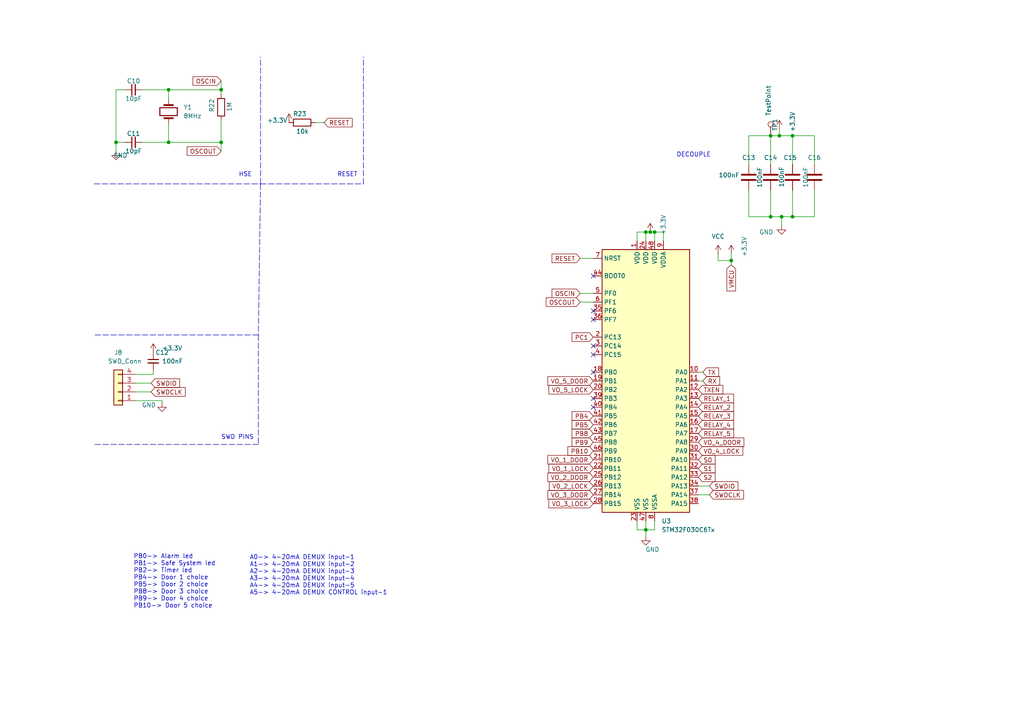
<source format=kicad_sch>
(kicad_sch (version 20211123) (generator eeschema)
  (paper "A4")
  (lib_symbols
    (symbol "Connector:TestPoint" (pin_numbers hide) (pin_names (offset 0.762) hide)
      (property "Reference" "TP" (at 0 6.858 0))
      (property "Value" "TestPoint" (at 0 5.08 0))
      (symbol "TestPoint_0_1"
        (circle (center 0 3.302) (radius 0.762))
      )
      (symbol "TestPoint_1_1"
        (pin passive line (at 0 0 90) (length 2.54) (name "1") (number "1"))
      )
    )
    (symbol "Connector_Generic:Conn_01x04" (pin_names (offset 1.016) hide)
      (property "Reference" "J" (at 0 5.08 0))
      (property "Value" "Conn_01x04" (at 0 -7.62 0))
      (symbol "Conn_01x04_1_1"
        (rectangle (start -1.27 -4.953) (end 0 -5.207) (stroke (width 0.1524)))
        (rectangle (start -1.27 -2.413) (end 0 -2.667) (stroke (width 0.1524)))
        (rectangle (start -1.27 0.127) (end 0 -0.127) (stroke (width 0.1524)))
        (rectangle (start -1.27 2.667) (end 0 2.413) (stroke (width 0.1524)))
        (rectangle (start -1.27 3.81) (end 1.27 -6.35) (stroke (width 0.254)) (fill (type background)))
        (pin passive line (at -5.08 2.54 0) (length 3.81) (name "Pin_1") (number "1"))
        (pin passive line (at -5.08 0 0) (length 3.81) (name "Pin_2") (number "2"))
        (pin passive line (at -5.08 -2.54 0) (length 3.81) (name "Pin_3") (number "3"))
        (pin passive line (at -5.08 -5.08 0) (length 3.81) (name "Pin_4") (number "4"))
      )
    )
    (symbol "Device:C" (pin_numbers hide) (pin_names (offset 0.254))
      (property "Reference" "C" (at 0.635 2.54 0))
      (property "Value" "C" (at 0.635 -2.54 0))
      (symbol "C_0_1"
        (polyline (pts (xy -2.032 -0.762) (xy 2.032 -0.762)) (stroke (width 0.508)))
        (polyline (pts (xy -2.032 0.762) (xy 2.032 0.762)) (stroke (width 0.508)))
      )
      (symbol "C_1_1"
        (pin passive line (at 0 3.81 270) (length 2.794) (name "~") (number "1"))
        (pin passive line (at 0 -3.81 90) (length 2.794) (name "~") (number "2"))
      )
    )
    (symbol "Device:C_Small" (pin_numbers hide) (pin_names (offset 0.254) hide)
      (property "Reference" "C" (at 0.254 1.778 0))
      (property "Value" "C_Small" (at 0.254 -2.032 0))
      (symbol "C_Small_0_1"
        (polyline (pts (xy -1.524 -0.508) (xy 1.524 -0.508)) (stroke (width 0.3302)))
        (polyline (pts (xy -1.524 0.508) (xy 1.524 0.508)) (stroke (width 0.3048)))
      )
      (symbol "C_Small_1_1"
        (pin passive line (at 0 2.54 270) (length 2.032) (name "~") (number "1"))
        (pin passive line (at 0 -2.54 90) (length 2.032) (name "~") (number "2"))
      )
    )
    (symbol "Device:Crystal" (pin_numbers hide) (pin_names (offset 1.016) hide)
      (property "Reference" "Y" (at 0 3.81 0))
      (property "Value" "Crystal" (at 0 -3.81 0))
      (symbol "Crystal_0_1"
        (rectangle (start -1.143 2.54) (end 1.143 -2.54) (stroke (width 0.3048)))
        (polyline (pts (xy -2.54 0) (xy -1.905 0)))
        (polyline (pts (xy -1.905 -1.27) (xy -1.905 1.27)) (stroke (width 0.508)))
        (polyline (pts (xy 1.905 -1.27) (xy 1.905 1.27)) (stroke (width 0.508)))
        (polyline (pts (xy 2.54 0) (xy 1.905 0)))
      )
      (symbol "Crystal_1_1"
        (pin passive line (at -3.81 0 0) (length 1.27) (name "1") (number "1"))
        (pin passive line (at 3.81 0 180) (length 1.27) (name "2") (number "2"))
      )
    )
    (symbol "Device:R" (pin_numbers hide) (pin_names (offset 0))
      (property "Reference" "R" (at 2.032 0 90))
      (property "Value" "R" (at 0 0 90))
      (symbol "R_0_1"
        (rectangle (start -1.016 -2.54) (end 1.016 2.54) (stroke (width 0.254)))
      )
      (symbol "R_1_1"
        (pin passive line (at 0 3.81 270) (length 1.27) (name "~") (number "1"))
        (pin passive line (at 0 -3.81 90) (length 1.27) (name "~") (number "2"))
      )
    )
    (symbol "MCU_ST_STM32F0:STM32F030C6Tx"
      (property "Reference" "U" (at -12.7 39.37 0))
      (property "Value" "STM32F030C6Tx" (at 7.62 39.37 0))
      (symbol "STM32F030C6Tx_0_1"
        (rectangle (start -12.7 -38.1) (end 12.7 38.1) (stroke (width 0.254)) (fill (type background)))
      )
      (symbol "STM32F030C6Tx_1_1"
        (pin power_in line (at -2.54 40.64 270) (length 2.54) (name "VDD") (number "1"))
        (pin bidirectional line (at 15.24 2.54 180) (length 2.54) (name "PA0") (number "10"))
        (pin bidirectional line (at 15.24 0 180) (length 2.54) (name "PA1") (number "11"))
        (pin bidirectional line (at 15.24 -2.54 180) (length 2.54) (name "PA2") (number "12"))
        (pin bidirectional line (at 15.24 -5.08 180) (length 2.54) (name "PA3") (number "13"))
        (pin bidirectional line (at 15.24 -7.62 180) (length 2.54) (name "PA4") (number "14"))
        (pin bidirectional line (at 15.24 -10.16 180) (length 2.54) (name "PA5") (number "15"))
        (pin bidirectional line (at 15.24 -12.7 180) (length 2.54) (name "PA6") (number "16"))
        (pin bidirectional line (at 15.24 -15.24 180) (length 2.54) (name "PA7") (number "17"))
        (pin bidirectional line (at -15.24 2.54 0) (length 2.54) (name "PB0") (number "18"))
        (pin bidirectional line (at -15.24 0 0) (length 2.54) (name "PB1") (number "19"))
        (pin bidirectional line (at -15.24 12.7 0) (length 2.54) (name "PC13") (number "2"))
        (pin bidirectional line (at -15.24 -2.54 0) (length 2.54) (name "PB2") (number "20"))
        (pin bidirectional line (at -15.24 -22.86 0) (length 2.54) (name "PB10") (number "21"))
        (pin bidirectional line (at -15.24 -25.4 0) (length 2.54) (name "PB11") (number "22"))
        (pin power_in line (at -2.54 -40.64 90) (length 2.54) (name "VSS") (number "23"))
        (pin power_in line (at 0 40.64 270) (length 2.54) (name "VDD") (number "24"))
        (pin bidirectional line (at -15.24 -27.94 0) (length 2.54) (name "PB12") (number "25"))
        (pin bidirectional line (at -15.24 -30.48 0) (length 2.54) (name "PB13") (number "26"))
        (pin bidirectional line (at -15.24 -33.02 0) (length 2.54) (name "PB14") (number "27"))
        (pin bidirectional line (at -15.24 -35.56 0) (length 2.54) (name "PB15") (number "28"))
        (pin bidirectional line (at 15.24 -17.78 180) (length 2.54) (name "PA8") (number "29"))
        (pin bidirectional line (at -15.24 10.16 0) (length 2.54) (name "PC14") (number "3"))
        (pin bidirectional line (at 15.24 -20.32 180) (length 2.54) (name "PA9") (number "30"))
        (pin bidirectional line (at 15.24 -22.86 180) (length 2.54) (name "PA10") (number "31"))
        (pin bidirectional line (at 15.24 -25.4 180) (length 2.54) (name "PA11") (number "32"))
        (pin bidirectional line (at 15.24 -27.94 180) (length 2.54) (name "PA12") (number "33"))
        (pin bidirectional line (at 15.24 -30.48 180) (length 2.54) (name "PA13") (number "34"))
        (pin bidirectional line (at -15.24 20.32 0) (length 2.54) (name "PF6") (number "35"))
        (pin bidirectional line (at -15.24 17.78 0) (length 2.54) (name "PF7") (number "36"))
        (pin bidirectional line (at 15.24 -33.02 180) (length 2.54) (name "PA14") (number "37"))
        (pin bidirectional line (at 15.24 -35.56 180) (length 2.54) (name "PA15") (number "38"))
        (pin bidirectional line (at -15.24 -5.08 0) (length 2.54) (name "PB3") (number "39"))
        (pin bidirectional line (at -15.24 7.62 0) (length 2.54) (name "PC15") (number "4"))
        (pin bidirectional line (at -15.24 -7.62 0) (length 2.54) (name "PB4") (number "40"))
        (pin bidirectional line (at -15.24 -10.16 0) (length 2.54) (name "PB5") (number "41"))
        (pin bidirectional line (at -15.24 -12.7 0) (length 2.54) (name "PB6") (number "42"))
        (pin bidirectional line (at -15.24 -15.24 0) (length 2.54) (name "PB7") (number "43"))
        (pin input line (at -15.24 30.48 0) (length 2.54) (name "BOOT0") (number "44"))
        (pin bidirectional line (at -15.24 -17.78 0) (length 2.54) (name "PB8") (number "45"))
        (pin bidirectional line (at -15.24 -20.32 0) (length 2.54) (name "PB9") (number "46"))
        (pin power_in line (at 0 -40.64 90) (length 2.54) (name "VSS") (number "47"))
        (pin power_in line (at 2.54 40.64 270) (length 2.54) (name "VDD") (number "48"))
        (pin input line (at -15.24 25.4 0) (length 2.54) (name "PF0") (number "5"))
        (pin input line (at -15.24 22.86 0) (length 2.54) (name "PF1") (number "6"))
        (pin input line (at -15.24 35.56 0) (length 2.54) (name "NRST") (number "7"))
        (pin power_in line (at 2.54 -40.64 90) (length 2.54) (name "VSSA") (number "8"))
        (pin power_in line (at 5.08 40.64 270) (length 2.54) (name "VDDA") (number "9"))
      )
    )
    (symbol "power:+3.3V" (power) (pin_names (offset 0))
      (property "Value" "+3.3V" (at 0 3.556 0))
      (symbol "+3.3V_0_1"
        (polyline (pts (xy -0.762 1.27) (xy 0 2.54)))
        (polyline (pts (xy 0 0) (xy 0 2.54)))
        (polyline (pts (xy 0 2.54) (xy 0.762 1.27)))
      )
      (symbol "+3.3V_1_1"
        (pin power_in line (at 0 0 90) (length 0) hide (name "+3.3V") (number "1"))
      )
    )
    (symbol "power:GND" (power) (pin_names (offset 0))
      (property "Value" "GND" (at 0 -3.81 0))
      (symbol "GND_0_1"
        (polyline (pts (xy 0 0) (xy 0 -1.27) (xy 1.27 -1.27) (xy 0 -2.54) (xy -1.27 -1.27) (xy 0 -1.27)))
      )
      (symbol "GND_1_1"
        (pin power_in line (at 0 0 270) (length 0) hide (name "GND") (number "1"))
      )
    )
    (symbol "power:VCC" (power) (pin_names (offset 0))
      (property "Value" "VCC" (at 0 3.81 0))
      (symbol "VCC_0_1"
        (polyline (pts (xy -0.762 1.27) (xy 0 2.54)))
        (polyline (pts (xy 0 0) (xy 0 2.54)))
        (polyline (pts (xy 0 2.54) (xy 0.762 1.27)))
      )
      (symbol "VCC_1_1"
        (pin power_in line (at 0 0 90) (length 0) hide (name "VCC") (number "1"))
      )
    )
  )
  (junction (at 223.52 39.37))
  (junction (at 229.87 39.37))
  (junction (at 187.325 67.31))
  (junction (at 212.09 75.565))
  (junction (at 188.595 67.31))
  (junction (at 48.895 41.275))
  (junction (at 64.135 26.035))
  (junction (at 226.06 39.37))
  (junction (at 189.865 67.31))
  (junction (at 33.655 41.275))
  (junction (at 64.135 41.275))
  (junction (at 187.325 153.67))
  (junction (at 226.695 62.865))
  (junction (at 223.52 62.865))
  (junction (at 229.87 62.865))
  (junction (at 48.895 26.035))
  (no_connect (at 172.085 80.01))
  (no_connect (at 172.085 107.95))
  (no_connect (at 172.085 92.71))
  (no_connect (at 172.085 115.57))
  (no_connect (at 172.085 102.87))
  (no_connect (at 172.085 90.17))
  (no_connect (at 172.085 100.33))
  (no_connect (at 172.085 118.11))
  (wire (pts (xy 64.135 26.035) (xy 64.135 23.495)))
  (wire (pts (xy 229.87 39.37) (xy 236.22 39.37)))
  (wire (pts (xy 203.835 107.95) (xy 202.565 107.95)))
  (wire (pts (xy 217.17 62.865) (xy 223.52 62.865)))
  (wire (pts (xy 184.785 67.31) (xy 184.785 69.85)))
  (wire (pts (xy 188.595 67.31) (xy 187.325 67.31)))
  (wire (pts (xy 217.17 55.245) (xy 217.17 62.865)))
  (wire (pts (xy 192.405 67.31) (xy 189.865 67.31)))
  (wire (pts (xy 205.74 143.51) (xy 202.565 143.51)))
  (wire (pts (xy 168.275 85.09) (xy 172.085 85.09)))
  (polyline (pts (xy 75.565 53.34) (xy 74.93 97.155)))
  (wire (pts (xy 44.45 107.315) (xy 44.45 108.585)))
  (wire (pts (xy 46.99 116.205) (xy 39.37 116.205)))
  (wire (pts (xy 208.28 73.66) (xy 208.28 75.565)))
  (wire (pts (xy 46.99 116.84) (xy 46.99 116.205)))
  (polyline (pts (xy 75.565 53.34) (xy 75.565 16.51)))
  (wire (pts (xy 168.275 74.93) (xy 172.085 74.93)))
  (wire (pts (xy 187.325 69.85) (xy 187.325 67.31)))
  (wire (pts (xy 236.22 55.245) (xy 236.22 62.865)))
  (wire (pts (xy 223.52 62.865) (xy 226.695 62.865)))
  (wire (pts (xy 64.135 41.275) (xy 64.135 43.815)))
  (wire (pts (xy 189.865 67.31) (xy 189.865 69.85)))
  (wire (pts (xy 48.895 41.275) (xy 41.275 41.275)))
  (wire (pts (xy 187.325 153.67) (xy 189.865 153.67)))
  (wire (pts (xy 187.325 155.575) (xy 187.325 153.67)))
  (wire (pts (xy 223.52 47.625) (xy 223.52 39.37)))
  (wire (pts (xy 212.09 76.835) (xy 212.09 75.565)))
  (polyline (pts (xy 75.565 53.34) (xy 105.41 53.34)))
  (wire (pts (xy 41.275 26.035) (xy 48.895 26.035)))
  (wire (pts (xy 64.135 26.035) (xy 64.135 27.305)))
  (wire (pts (xy 64.135 41.275) (xy 48.895 41.275)))
  (polyline (pts (xy 105.41 53.34) (xy 105.41 16.51)))
  (wire (pts (xy 39.37 111.125) (xy 43.815 111.125)))
  (wire (pts (xy 33.655 26.035) (xy 33.655 41.275)))
  (wire (pts (xy 223.52 39.37) (xy 226.06 39.37)))
  (wire (pts (xy 205.74 140.97) (xy 202.565 140.97)))
  (wire (pts (xy 229.87 39.37) (xy 229.87 47.625)))
  (wire (pts (xy 226.695 62.865) (xy 229.87 62.865)))
  (wire (pts (xy 91.44 35.56) (xy 93.98 35.56)))
  (wire (pts (xy 203.835 110.49) (xy 202.565 110.49)))
  (wire (pts (xy 226.06 37.465) (xy 226.06 39.37)))
  (wire (pts (xy 226.06 39.37) (xy 229.87 39.37)))
  (wire (pts (xy 217.17 47.625) (xy 217.17 39.37)))
  (wire (pts (xy 217.17 39.37) (xy 223.52 39.37)))
  (wire (pts (xy 33.655 41.275) (xy 33.655 43.815)))
  (polyline (pts (xy 74.93 97.155) (xy 74.93 128.905)))
  (wire (pts (xy 226.695 62.865) (xy 226.695 65.405)))
  (polyline (pts (xy 74.93 128.905) (xy 27.305 128.905)))
  (wire (pts (xy 189.865 151.13) (xy 189.865 153.67)))
  (polyline (pts (xy 74.93 97.155) (xy 27.305 97.155)))
  (wire (pts (xy 48.895 26.035) (xy 48.895 28.575)))
  (wire (pts (xy 189.865 67.31) (xy 188.595 67.31)))
  (wire (pts (xy 64.135 34.925) (xy 64.135 41.275)))
  (wire (pts (xy 208.28 75.565) (xy 212.09 75.565)))
  (wire (pts (xy 236.22 39.37) (xy 236.22 47.625)))
  (polyline (pts (xy 27.305 53.34) (xy 75.565 53.34)))
  (wire (pts (xy 187.325 67.31) (xy 184.785 67.31)))
  (wire (pts (xy 184.785 151.13) (xy 184.785 153.67)))
  (wire (pts (xy 36.195 26.035) (xy 33.655 26.035)))
  (wire (pts (xy 48.895 36.195) (xy 48.895 41.275)))
  (wire (pts (xy 187.325 153.67) (xy 184.785 153.67)))
  (wire (pts (xy 223.52 55.245) (xy 223.52 62.865)))
  (wire (pts (xy 229.87 55.245) (xy 229.87 62.865)))
  (wire (pts (xy 229.87 62.865) (xy 236.22 62.865)))
  (wire (pts (xy 48.895 26.035) (xy 64.135 26.035)))
  (wire (pts (xy 44.45 108.585) (xy 39.37 108.585)))
  (wire (pts (xy 192.405 69.85) (xy 192.405 67.31)))
  (wire (pts (xy 187.325 151.13) (xy 187.325 153.67)))
  (wire (pts (xy 212.09 75.565) (xy 212.09 73.66)))
  (wire (pts (xy 168.275 87.63) (xy 172.085 87.63)))
  (wire (pts (xy 39.37 113.665) (xy 43.815 113.665)))
  (wire (pts (xy 33.655 41.275) (xy 36.195 41.275)))
  (text "PB0-> Alarm led\nPB1-> Safe System led\nPB2-> Timer led\nPB4-> Door 1 choice\nPB5-> Door 2 choice\nPB8-> Door 3 choice\nPB9-> Door 4 choice\nPB10-> Door 5 choice" (at 38.735 176.53 0) (effects (font (size 1.27 1.27)) (justify left bottom)))
  (text "HSE" (at 69.215 51.435 0) (effects (font (size 1.27 1.27)) (justify left bottom)))
  (text "DECOUPLE" (at 196.215 45.72 0) (effects (font (size 1.27 1.27)) (justify left bottom)))
  (text "RESET" (at 97.79 51.435 0) (effects (font (size 1.27 1.27)) (justify left bottom)))
  (text "SWD PINS" (at 64.135 127.635 0) (effects (font (size 1.27 1.27)) (justify left bottom)))
  (text "A0-> 4-20mA DEMUX input-1\nA1-> 4-20mA DEMUX input-2\nA2-> 4-20mA DEMUX input-3\nA3-> 4-20mA DEMUX input-4\nA4-> 4-20mA DEMUX input-5\nA5-> 4-20mA DEMUX CONTROL input-1" (at 72.39 172.72 0) (effects (font (size 1.27 1.27)) (justify left bottom)))
  (global_label "TXEN" (shape input) (at 202.565 113.03 0) (property "Intersheet References" "${INTERSHEET_REFS}" (effects hide)))
  (global_label "RX" (shape input) (at 203.835 110.49 0) (property "Intersheet References" "${INTERSHEET_REFS}" (effects hide)))
  (global_label "OSCIN" (shape input) (at 168.275 85.09 180) (property "Intersheet References" "${INTERSHEET_REFS}" (effects hide)))
  (global_label "SWDIO" (shape input) (at 43.815 111.125 0) (property "Intersheet References" "${INTERSHEET_REFS}" (effects hide)))
  (global_label "VO_2_DOOR" (shape input) (at 172.085 138.43 180) (property "Intersheet References" "${INTERSHEET_REFS}" (effects hide)))
  (global_label "PB4" (shape input) (at 172.085 120.65 180) (property "Intersheet References" "${INTERSHEET_REFS}" (effects hide)))
  (global_label "SWDCLK" (shape input) (at 43.815 113.665 0) (property "Intersheet References" "${INTERSHEET_REFS}" (effects hide)))
  (global_label "OSCIN" (shape input) (at 64.135 23.495 180) (property "Intersheet References" "${INTERSHEET_REFS}" (effects hide)))
  (global_label "OSCOUT" (shape input) (at 168.275 87.63 180) (property "Intersheet References" "${INTERSHEET_REFS}" (effects hide)))
  (global_label "OSCOUT" (shape input) (at 64.135 43.815 180) (property "Intersheet References" "${INTERSHEET_REFS}" (effects hide)))
  (global_label "RELAY_4" (shape input) (at 202.565 123.19 0) (property "Intersheet References" "${INTERSHEET_REFS}" (effects hide)))
  (global_label "V0_2_LOCK" (shape input) (at 172.085 140.97 180) (property "Intersheet References" "${INTERSHEET_REFS}" (effects hide)))
  (global_label "PC1" (shape input) (at 172.085 97.79 180) (property "Intersheet References" "${INTERSHEET_REFS}" (effects hide)))
  (global_label "VO_4_DOOR" (shape input) (at 202.565 128.27 0) (property "Intersheet References" "${INTERSHEET_REFS}" (effects hide)))
  (global_label "SWDIO" (shape input) (at 205.74 140.97 0) (property "Intersheet References" "${INTERSHEET_REFS}" (effects hide)))
  (global_label "VO_1_DOOR" (shape input) (at 172.085 133.35 180) (property "Intersheet References" "${INTERSHEET_REFS}" (effects hide)))
  (global_label "RESET" (shape input) (at 168.275 74.93 180) (property "Intersheet References" "${INTERSHEET_REFS}" (effects hide)))
  (global_label "VO_1_LOCK" (shape input) (at 172.085 135.89 180) (property "Intersheet References" "${INTERSHEET_REFS}" (effects hide)))
  (global_label "PB8" (shape input) (at 172.085 125.73 180) (property "Intersheet References" "${INTERSHEET_REFS}" (effects hide)))
  (global_label "RESET" (shape input) (at 93.98 35.56 0) (property "Intersheet References" "${INTERSHEET_REFS}" (effects hide)))
  (global_label "VO_4_LOCK" (shape input) (at 202.565 130.81 0) (property "Intersheet References" "${INTERSHEET_REFS}" (effects hide)))
  (global_label "RELAY_3" (shape input) (at 202.565 120.65 0) (property "Intersheet References" "${INTERSHEET_REFS}" (effects hide)))
  (global_label "PB9" (shape input) (at 172.085 128.27 180) (property "Intersheet References" "${INTERSHEET_REFS}" (effects hide)))
  (global_label "S2" (shape input) (at 202.565 138.43 0) (property "Intersheet References" "${INTERSHEET_REFS}" (effects hide)))
  (global_label "PB5" (shape input) (at 172.085 123.19 180) (property "Intersheet References" "${INTERSHEET_REFS}" (effects hide)))
  (global_label "RELAY_1" (shape input) (at 202.565 115.57 0) (property "Intersheet References" "${INTERSHEET_REFS}" (effects hide)))
  (global_label "SWDCLK" (shape input) (at 205.74 143.51 0) (property "Intersheet References" "${INTERSHEET_REFS}" (effects hide)))
  (global_label "TX" (shape input) (at 203.835 107.95 0) (property "Intersheet References" "${INTERSHEET_REFS}" (effects hide)))
  (global_label "S0" (shape input) (at 202.565 133.35 0) (property "Intersheet References" "${INTERSHEET_REFS}" (effects hide)))
  (global_label "VO_3_LOCK" (shape input) (at 172.085 146.05 180) (property "Intersheet References" "${INTERSHEET_REFS}" (effects hide)))
  (global_label "VO_5_DOOR" (shape input) (at 172.085 110.49 180) (property "Intersheet References" "${INTERSHEET_REFS}" (effects hide)))
  (global_label "S1" (shape input) (at 202.565 135.89 0) (property "Intersheet References" "${INTERSHEET_REFS}" (effects hide)))
  (global_label "VMCU" (shape input) (at 212.09 76.835 270) (property "Intersheet References" "${INTERSHEET_REFS}" (effects hide)))
  (global_label "PB10" (shape input) (at 172.085 130.81 180) (property "Intersheet References" "${INTERSHEET_REFS}" (effects hide)))
  (global_label "VO_5_LOCK" (shape input) (at 172.085 113.03 180) (property "Intersheet References" "${INTERSHEET_REFS}" (effects hide)))
  (global_label "RELAY_2" (shape input) (at 202.565 118.11 0) (property "Intersheet References" "${INTERSHEET_REFS}" (effects hide)))
  (global_label "VO_3_DOOR" (shape input) (at 172.085 143.51 180) (property "Intersheet References" "${INTERSHEET_REFS}" (effects hide)))
  (global_label "RELAY_5" (shape input) (at 202.565 125.73 0) (property "Intersheet References" "${INTERSHEET_REFS}" (effects hide)))
  (symbol (lib_id "power:GND") (at 226.695 65.405 0) (unit 1)
    (property "Reference" "#PWR0134" (effects hide))
    (property "Value" "GND" (at 222.25 67.31 0))
  )
  (symbol (lib_id "Device:R") (at 87.63 35.56 90) (unit 1)
    (property "Reference" "R23" (at 88.9 33.02 90) (effects (justify left)))
    (property "Value" "10k" (at 89.535 38.1 90) (effects (justify left)))
    (property "Footprint" "as_kutuphane:as_0805_res" (effects hide))
  )
  (symbol (lib_id "power:+3.3V") (at 44.45 102.235 0) (unit 1)
    (property "Reference" "#PWR0136" (effects hide))
    (property "Value" "+3.3V" (at 46.99 100.9649 0) (effects (justify left)))
  )
  (symbol (lib_id "Device:Crystal") (at 48.895 32.385 90) (unit 1)
    (property "Reference" "Y1" (at 53.213 31.1149 90) (effects (justify right)))
    (property "Value" "8MHz" (at 53.213 33.6549 90) (effects (justify right)))
    (property "Footprint" "Crystal:Crystal_HC49-4H_Vertical" (effects hide))
  )
  (symbol (lib_id "Connector_Generic:Conn_01x04") (at 34.29 113.665 180) (unit 1)
    (property "Reference" "J8" (at 34.29 102.235 0))
    (property "Value" "SWD_Conn" (at 36.195 104.775 0))
    (property "Footprint" "Connector_PinHeader_2.54mm:PinHeader_1x04_P2.54mm_Vertical" (effects hide))
  )
  (symbol (lib_id "power:GND") (at 187.325 155.575 0) (unit 1)
    (property "Reference" "#PWR0132" (effects hide))
    (property "Value" "GND" (at 189.23 159.385 0))
  )
  (symbol (lib_id "power:+3.3V") (at 212.09 73.66 0) (unit 1)
    (property "Reference" "#PWR0138" (effects hide))
    (property "Value" "+3.3V" (at 215.9 68.58 90) (effects (justify right)))
  )
  (symbol (lib_id "MCU_ST_STM32F0:STM32F030C6Tx") (at 187.325 110.49 0) (unit 1)
    (property "Reference" "U3" (at 191.8844 151.13 0) (effects (justify left)))
    (property "Value" "STM32F030C6Tx" (at 191.8844 153.67 0) (effects (justify left)))
    (property "Footprint" "Package_QFP:LQFP-48_7x7mm_P0.5mm" (effects hide))
    (property "Datasheet" "https://cdn.ozdisan.com/ETicaret_Dosya/462740_25361.pdf" (effects hide))
    (property "link" "https://ozdisan.com/entegre-devreler-ics/embedded-entegreler/mikroislemciler/STM32F030C6T6/462740" (effects hide))
    (property "unit_price" "4.49537" (effects hide))
  )
  (symbol (lib_id "power:+3.3V") (at 188.595 67.31 0) (unit 1)
    (property "Reference" "#PWR0135" (effects hide))
    (property "Value" "+3.3V" (at 192.405 62.23 90) (effects (justify right)))
  )
  (symbol (lib_id "power:+3.3V") (at 83.82 35.56 0) (unit 1)
    (property "Reference" "#PWR0129" (effects hide))
    (property "Value" "+3.3V" (at 77.47 34.925 0) (effects (justify left)))
  )
  (symbol (lib_id "Device:C") (at 229.87 51.435 180) (unit 1)
    (property "Reference" "C15" (at 231.14 45.72 0) (effects (justify left)))
    (property "Value" "100nF" (at 226.695 48.26 90) (effects (justify left)))
    (property "Footprint" "Capacitor_SMD:C_0603_1608Metric" (effects hide))
  )
  (symbol (lib_id "Device:C") (at 236.22 51.435 180) (unit 1)
    (property "Reference" "C16" (at 236.22 45.72 0))
    (property "Value" "100nF" (at 233.68 51.435 90))
    (property "Footprint" "Capacitor_SMD:C_0603_1608Metric" (effects hide))
  )
  (symbol (lib_id "power:+3.3V") (at 226.06 37.465 0) (unit 1)
    (property "Reference" "#PWR0133" (effects hide))
    (property "Value" "+3.3V" (at 229.87 32.385 90) (effects (justify right)))
  )
  (symbol (lib_id "Device:C_Small") (at 38.735 41.275 90) (unit 1)
    (property "Reference" "C11" (at 38.735 38.735 90))
    (property "Value" "10pF" (at 38.735 43.815 90))
    (property "Footprint" "Capacitor_SMD:C_0201_0603Metric" (effects hide))
  )
  (symbol (lib_id "Device:C") (at 217.17 51.435 180) (unit 1)
    (property "Reference" "C13" (at 217.17 45.72 0))
    (property "Value" "100nF" (at 211.455 50.8 0))
    (property "Footprint" "Capacitor_SMD:C_0603_1608Metric" (effects hide))
  )
  (symbol (lib_id "Device:C") (at 223.52 51.435 180) (unit 1)
    (property "Reference" "C14" (at 223.52 45.72 0))
    (property "Value" "100nF" (at 220.345 51.435 90))
    (property "Footprint" "Capacitor_SMD:C_0603_1608Metric" (effects hide))
  )
  (symbol (lib_id "Connector:TestPoint") (at 223.52 39.37 0) (unit 1)
    (property "Reference" "TP1" (at 224.79 36.195 90))
    (property "Value" "TestPoint" (at 222.885 29.21 90))
    (property "Footprint" "Connector_PinHeader_1.00mm:PinHeader_1x01_P1.00mm_Vertical" (effects hide))
  )
  (symbol (lib_id "power:GND") (at 33.655 43.815 0) (unit 1)
    (property "Reference" "#PWR0131" (effects hide))
    (property "Value" "GND" (at 34.925 45.085 0))
  )
  (symbol (lib_id "Device:C_Small") (at 44.45 104.775 0) (unit 1)
    (property "Reference" "C12" (at 45.085 102.235 0) (effects (justify left)))
    (property "Value" "100nF" (at 46.99 104.775 0) (effects (justify left)))
    (property "Footprint" "Capacitor_SMD:C_0603_1608Metric" (effects hide))
  )
  (symbol (lib_id "Device:R") (at 64.135 31.115 0) (unit 1)
    (property "Reference" "R22" (at 61.4426 30.607 90))
    (property "Value" "1M" (at 66.5226 30.9626 90))
    (property "Footprint" "as_kutuphane:as_0805_res" (effects hide))
  )
  (symbol (lib_id "power:VCC") (at 208.28 73.66 0) (unit 1)
    (property "Reference" "#PWR0139" (effects hide))
    (property "Value" "VCC" (at 208.28 68.58 0))
  )
  (symbol (lib_id "Device:C_Small") (at 38.735 26.035 90) (unit 1)
    (property "Reference" "C10" (at 38.735 23.495 90))
    (property "Value" "10pF" (at 38.735 28.575 90))
    (property "Footprint" "Capacitor_SMD:C_0201_0603Metric" (effects hide))
  )
  (symbol (lib_id "power:GND") (at 46.99 116.84 0) (unit 1)
    (property "Reference" "#PWR0137" (effects hide))
    (property "Value" "GND" (at 43.18 117.475 0))
  )
)
</source>
